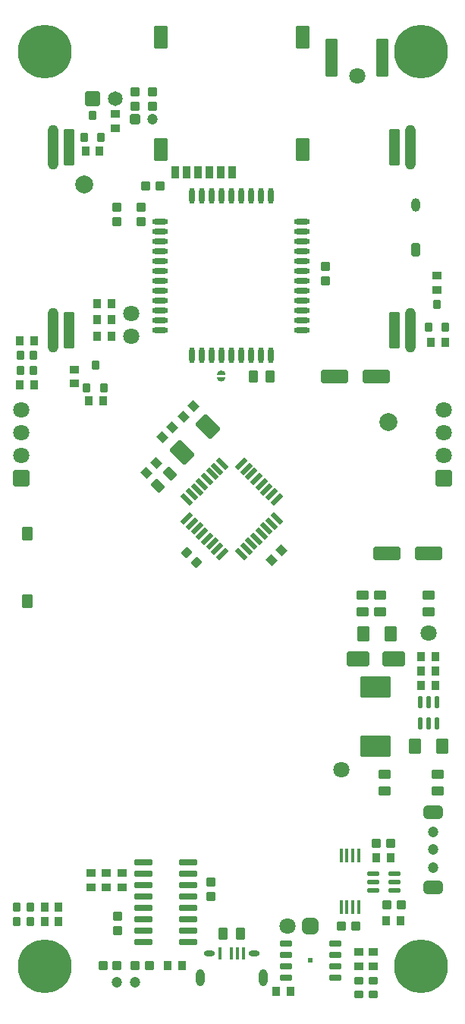
<source format=gbr>
G04*
G04 #@! TF.GenerationSoftware,Altium Limited,Altium Designer,23.0.1 (38)*
G04*
G04 Layer_Color=255*
%FSLAX25Y25*%
%MOIN*%
G70*
G04*
G04 #@! TF.SameCoordinates,5AACE2FC-F550-4568-A226-762E45A29E99*
G04*
G04*
G04 #@! TF.FilePolarity,Positive*
G04*
G01*
G75*
G04:AMPARAMS|DCode=18|XSize=41.34mil|YSize=31.5mil|CornerRadius=3.15mil|HoleSize=0mil|Usage=FLASHONLY|Rotation=0.000|XOffset=0mil|YOffset=0mil|HoleType=Round|Shape=RoundedRectangle|*
%AMROUNDEDRECTD18*
21,1,0.04134,0.02520,0,0,0.0*
21,1,0.03504,0.03150,0,0,0.0*
1,1,0.00630,0.01752,-0.01260*
1,1,0.00630,-0.01752,-0.01260*
1,1,0.00630,-0.01752,0.01260*
1,1,0.00630,0.01752,0.01260*
%
%ADD18ROUNDEDRECTD18*%
G04:AMPARAMS|DCode=20|XSize=53.15mil|YSize=165.35mil|CornerRadius=5.32mil|HoleSize=0mil|Usage=FLASHONLY|Rotation=180.000|XOffset=0mil|YOffset=0mil|HoleType=Round|Shape=RoundedRectangle|*
%AMROUNDEDRECTD20*
21,1,0.05315,0.15472,0,0,180.0*
21,1,0.04252,0.16535,0,0,180.0*
1,1,0.01063,-0.02126,0.07736*
1,1,0.01063,0.02126,0.07736*
1,1,0.01063,0.02126,-0.07736*
1,1,0.01063,-0.02126,-0.07736*
%
%ADD20ROUNDEDRECTD20*%
%ADD31O,0.03740X0.07480*%
G04:AMPARAMS|DCode=45|XSize=86.61mil|YSize=59.06mil|CornerRadius=17.72mil|HoleSize=0mil|Usage=FLASHONLY|Rotation=0.000|XOffset=0mil|YOffset=0mil|HoleType=Round|Shape=RoundedRectangle|*
%AMROUNDEDRECTD45*
21,1,0.08661,0.02362,0,0,0.0*
21,1,0.05118,0.05906,0,0,0.0*
1,1,0.03543,0.02559,-0.01181*
1,1,0.03543,-0.02559,-0.01181*
1,1,0.03543,-0.02559,0.01181*
1,1,0.03543,0.02559,0.01181*
%
%ADD45ROUNDEDRECTD45*%
%ADD46C,0.04724*%
G04:AMPARAMS|DCode=47|XSize=59.06mil|YSize=39.37mil|CornerRadius=9.84mil|HoleSize=0mil|Usage=FLASHONLY|Rotation=90.000|XOffset=0mil|YOffset=0mil|HoleType=Round|Shape=RoundedRectangle|*
%AMROUNDEDRECTD47*
21,1,0.05906,0.01968,0,0,90.0*
21,1,0.03937,0.03937,0,0,90.0*
1,1,0.01968,0.00984,0.01968*
1,1,0.01968,0.00984,-0.01968*
1,1,0.01968,-0.00984,-0.01968*
1,1,0.01968,-0.00984,0.01968*
%
%ADD47ROUNDEDRECTD47*%
%ADD48O,0.03937X0.05906*%
%ADD49O,0.04724X0.02756*%
%ADD50C,0.07874*%
%ADD51O,0.04724X0.19685*%
G04:AMPARAMS|DCode=52|XSize=47.24mil|YSize=47.24mil|CornerRadius=11.81mil|HoleSize=0mil|Usage=FLASHONLY|Rotation=270.000|XOffset=0mil|YOffset=0mil|HoleType=Round|Shape=RoundedRectangle|*
%AMROUNDEDRECTD52*
21,1,0.04724,0.02362,0,0,270.0*
21,1,0.02362,0.04724,0,0,270.0*
1,1,0.02362,-0.01181,-0.01181*
1,1,0.02362,-0.01181,0.01181*
1,1,0.02362,0.01181,0.01181*
1,1,0.02362,0.01181,-0.01181*
%
%ADD52ROUNDEDRECTD52*%
%ADD53C,0.07087*%
G04:AMPARAMS|DCode=54|XSize=70.87mil|YSize=70.87mil|CornerRadius=7.09mil|HoleSize=0mil|Usage=FLASHONLY|Rotation=90.000|XOffset=0mil|YOffset=0mil|HoleType=Round|Shape=RoundedRectangle|*
%AMROUNDEDRECTD54*
21,1,0.07087,0.05669,0,0,90.0*
21,1,0.05669,0.07087,0,0,90.0*
1,1,0.01417,0.02835,0.02835*
1,1,0.01417,0.02835,-0.02835*
1,1,0.01417,-0.02835,-0.02835*
1,1,0.01417,-0.02835,0.02835*
%
%ADD54ROUNDEDRECTD54*%
%ADD55C,0.06500*%
G04:AMPARAMS|DCode=56|XSize=65mil|YSize=65mil|CornerRadius=6.5mil|HoleSize=0mil|Usage=FLASHONLY|Rotation=0.000|XOffset=0mil|YOffset=0mil|HoleType=Round|Shape=RoundedRectangle|*
%AMROUNDEDRECTD56*
21,1,0.06500,0.05200,0,0,0.0*
21,1,0.05200,0.06500,0,0,0.0*
1,1,0.01300,0.02600,-0.02600*
1,1,0.01300,-0.02600,-0.02600*
1,1,0.01300,-0.02600,0.02600*
1,1,0.01300,0.02600,0.02600*
%
%ADD56ROUNDEDRECTD56*%
G04:AMPARAMS|DCode=57|XSize=70.87mil|YSize=70.87mil|CornerRadius=17.72mil|HoleSize=0mil|Usage=FLASHONLY|Rotation=0.000|XOffset=0mil|YOffset=0mil|HoleType=Round|Shape=RoundedRectangle|*
%AMROUNDEDRECTD57*
21,1,0.07087,0.03543,0,0,0.0*
21,1,0.03543,0.07087,0,0,0.0*
1,1,0.03543,0.01772,-0.01772*
1,1,0.03543,-0.01772,-0.01772*
1,1,0.03543,-0.01772,0.01772*
1,1,0.03543,0.01772,0.01772*
%
%ADD57ROUNDEDRECTD57*%
%ADD58C,0.23622*%
G04:AMPARAMS|DCode=63|XSize=35.43mil|YSize=39.37mil|CornerRadius=3.54mil|HoleSize=0mil|Usage=FLASHONLY|Rotation=90.000|XOffset=0mil|YOffset=0mil|HoleType=Round|Shape=RoundedRectangle|*
%AMROUNDEDRECTD63*
21,1,0.03543,0.03228,0,0,90.0*
21,1,0.02835,0.03937,0,0,90.0*
1,1,0.00709,0.01614,0.01417*
1,1,0.00709,0.01614,-0.01417*
1,1,0.00709,-0.01614,-0.01417*
1,1,0.00709,-0.01614,0.01417*
%
%ADD63ROUNDEDRECTD63*%
G04:AMPARAMS|DCode=64|XSize=35.43mil|YSize=39.37mil|CornerRadius=3.54mil|HoleSize=0mil|Usage=FLASHONLY|Rotation=0.000|XOffset=0mil|YOffset=0mil|HoleType=Round|Shape=RoundedRectangle|*
%AMROUNDEDRECTD64*
21,1,0.03543,0.03228,0,0,0.0*
21,1,0.02835,0.03937,0,0,0.0*
1,1,0.00709,0.01417,-0.01614*
1,1,0.00709,-0.01417,-0.01614*
1,1,0.00709,-0.01417,0.01614*
1,1,0.00709,0.01417,0.01614*
%
%ADD64ROUNDEDRECTD64*%
%ADD65O,0.07087X0.02362*%
%ADD66O,0.02362X0.07087*%
G04:AMPARAMS|DCode=67|XSize=35.43mil|YSize=39.37mil|CornerRadius=3.54mil|HoleSize=0mil|Usage=FLASHONLY|Rotation=135.000|XOffset=0mil|YOffset=0mil|HoleType=Round|Shape=RoundedRectangle|*
%AMROUNDEDRECTD67*
21,1,0.03543,0.03228,0,0,135.0*
21,1,0.02835,0.03937,0,0,135.0*
1,1,0.00709,0.00139,0.02144*
1,1,0.00709,0.02144,0.00139*
1,1,0.00709,-0.00139,-0.02144*
1,1,0.00709,-0.02144,-0.00139*
%
%ADD67ROUNDEDRECTD67*%
G04:AMPARAMS|DCode=68|XSize=39.37mil|YSize=55.12mil|CornerRadius=4.92mil|HoleSize=0mil|Usage=FLASHONLY|Rotation=90.000|XOffset=0mil|YOffset=0mil|HoleType=Round|Shape=RoundedRectangle|*
%AMROUNDEDRECTD68*
21,1,0.03937,0.04528,0,0,90.0*
21,1,0.02953,0.05512,0,0,90.0*
1,1,0.00984,0.02264,0.01476*
1,1,0.00984,0.02264,-0.01476*
1,1,0.00984,-0.02264,-0.01476*
1,1,0.00984,-0.02264,0.01476*
%
%ADD68ROUNDEDRECTD68*%
G04:AMPARAMS|DCode=69|XSize=51.18mil|YSize=66.93mil|CornerRadius=5.12mil|HoleSize=0mil|Usage=FLASHONLY|Rotation=0.000|XOffset=0mil|YOffset=0mil|HoleType=Round|Shape=RoundedRectangle|*
%AMROUNDEDRECTD69*
21,1,0.05118,0.05669,0,0,0.0*
21,1,0.04095,0.06693,0,0,0.0*
1,1,0.01024,0.02047,-0.02835*
1,1,0.01024,-0.02047,-0.02835*
1,1,0.01024,-0.02047,0.02835*
1,1,0.01024,0.02047,0.02835*
%
%ADD69ROUNDEDRECTD69*%
G04:AMPARAMS|DCode=70|XSize=118.11mil|YSize=59.06mil|CornerRadius=5.91mil|HoleSize=0mil|Usage=FLASHONLY|Rotation=0.000|XOffset=0mil|YOffset=0mil|HoleType=Round|Shape=RoundedRectangle|*
%AMROUNDEDRECTD70*
21,1,0.11811,0.04724,0,0,0.0*
21,1,0.10630,0.05906,0,0,0.0*
1,1,0.01181,0.05315,-0.02362*
1,1,0.01181,-0.05315,-0.02362*
1,1,0.01181,-0.05315,0.02362*
1,1,0.01181,0.05315,0.02362*
%
%ADD70ROUNDEDRECTD70*%
G04:AMPARAMS|DCode=71|XSize=37.01mil|YSize=40.16mil|CornerRadius=3.7mil|HoleSize=0mil|Usage=FLASHONLY|Rotation=270.000|XOffset=0mil|YOffset=0mil|HoleType=Round|Shape=RoundedRectangle|*
%AMROUNDEDRECTD71*
21,1,0.03701,0.03276,0,0,270.0*
21,1,0.02961,0.04016,0,0,270.0*
1,1,0.00740,-0.01638,-0.01480*
1,1,0.00740,-0.01638,0.01480*
1,1,0.00740,0.01638,0.01480*
1,1,0.00740,0.01638,-0.01480*
%
%ADD71ROUNDEDRECTD71*%
G04:AMPARAMS|DCode=72|XSize=37.4mil|YSize=35.43mil|CornerRadius=3.54mil|HoleSize=0mil|Usage=FLASHONLY|Rotation=90.000|XOffset=0mil|YOffset=0mil|HoleType=Round|Shape=RoundedRectangle|*
%AMROUNDEDRECTD72*
21,1,0.03740,0.02835,0,0,90.0*
21,1,0.03032,0.03543,0,0,90.0*
1,1,0.00709,0.01417,0.01516*
1,1,0.00709,0.01417,-0.01516*
1,1,0.00709,-0.01417,-0.01516*
1,1,0.00709,-0.01417,0.01516*
%
%ADD72ROUNDEDRECTD72*%
G04:AMPARAMS|DCode=73|XSize=37.01mil|YSize=40.16mil|CornerRadius=3.7mil|HoleSize=0mil|Usage=FLASHONLY|Rotation=180.000|XOffset=0mil|YOffset=0mil|HoleType=Round|Shape=RoundedRectangle|*
%AMROUNDEDRECTD73*
21,1,0.03701,0.03276,0,0,180.0*
21,1,0.02961,0.04016,0,0,180.0*
1,1,0.00740,-0.01480,0.01638*
1,1,0.00740,0.01480,0.01638*
1,1,0.00740,0.01480,-0.01638*
1,1,0.00740,-0.01480,-0.01638*
%
%ADD73ROUNDEDRECTD73*%
G04:AMPARAMS|DCode=74|XSize=41.34mil|YSize=31.5mil|CornerRadius=3.15mil|HoleSize=0mil|Usage=FLASHONLY|Rotation=270.000|XOffset=0mil|YOffset=0mil|HoleType=Round|Shape=RoundedRectangle|*
%AMROUNDEDRECTD74*
21,1,0.04134,0.02520,0,0,270.0*
21,1,0.03504,0.03150,0,0,270.0*
1,1,0.00630,-0.01260,-0.01752*
1,1,0.00630,-0.01260,0.01752*
1,1,0.00630,0.01260,0.01752*
1,1,0.00630,0.01260,-0.01752*
%
%ADD74ROUNDEDRECTD74*%
G04:AMPARAMS|DCode=75|XSize=59.06mil|YSize=47.24mil|CornerRadius=4.72mil|HoleSize=0mil|Usage=FLASHONLY|Rotation=90.000|XOffset=0mil|YOffset=0mil|HoleType=Round|Shape=RoundedRectangle|*
%AMROUNDEDRECTD75*
21,1,0.05906,0.03780,0,0,90.0*
21,1,0.04961,0.04724,0,0,90.0*
1,1,0.00945,0.01890,0.02480*
1,1,0.00945,0.01890,-0.02480*
1,1,0.00945,-0.01890,-0.02480*
1,1,0.00945,-0.01890,0.02480*
%
%ADD75ROUNDEDRECTD75*%
G04:AMPARAMS|DCode=76|XSize=66.93mil|YSize=94.49mil|CornerRadius=6.69mil|HoleSize=0mil|Usage=FLASHONLY|Rotation=45.000|XOffset=0mil|YOffset=0mil|HoleType=Round|Shape=RoundedRectangle|*
%AMROUNDEDRECTD76*
21,1,0.06693,0.08110,0,0,45.0*
21,1,0.05354,0.09449,0,0,45.0*
1,1,0.01339,0.04760,-0.00974*
1,1,0.01339,0.00974,-0.04760*
1,1,0.01339,-0.04760,0.00974*
1,1,0.01339,-0.00974,0.04760*
%
%ADD76ROUNDEDRECTD76*%
G04:AMPARAMS|DCode=77|XSize=37.01mil|YSize=40.16mil|CornerRadius=3.7mil|HoleSize=0mil|Usage=FLASHONLY|Rotation=45.000|XOffset=0mil|YOffset=0mil|HoleType=Round|Shape=RoundedRectangle|*
%AMROUNDEDRECTD77*
21,1,0.03701,0.03276,0,0,45.0*
21,1,0.02961,0.04016,0,0,45.0*
1,1,0.00740,0.02205,-0.00111*
1,1,0.00740,0.00111,-0.02205*
1,1,0.00740,-0.02205,0.00111*
1,1,0.00740,-0.00111,0.02205*
%
%ADD77ROUNDEDRECTD77*%
G04:AMPARAMS|DCode=78|XSize=39.37mil|YSize=55.12mil|CornerRadius=4.92mil|HoleSize=0mil|Usage=FLASHONLY|Rotation=45.000|XOffset=0mil|YOffset=0mil|HoleType=Round|Shape=RoundedRectangle|*
%AMROUNDEDRECTD78*
21,1,0.03937,0.04528,0,0,45.0*
21,1,0.02953,0.05512,0,0,45.0*
1,1,0.00984,0.02645,-0.00557*
1,1,0.00984,0.00557,-0.02645*
1,1,0.00984,-0.02645,0.00557*
1,1,0.00984,-0.00557,0.02645*
%
%ADD78ROUNDEDRECTD78*%
G04:AMPARAMS|DCode=79|XSize=39.37mil|YSize=55.12mil|CornerRadius=4.92mil|HoleSize=0mil|Usage=FLASHONLY|Rotation=0.000|XOffset=0mil|YOffset=0mil|HoleType=Round|Shape=RoundedRectangle|*
%AMROUNDEDRECTD79*
21,1,0.03937,0.04528,0,0,0.0*
21,1,0.02953,0.05512,0,0,0.0*
1,1,0.00984,0.01476,-0.02264*
1,1,0.00984,-0.01476,-0.02264*
1,1,0.00984,-0.01476,0.02264*
1,1,0.00984,0.01476,0.02264*
%
%ADD79ROUNDEDRECTD79*%
G04:AMPARAMS|DCode=80|XSize=59.06mil|YSize=21.65mil|CornerRadius=3.25mil|HoleSize=0mil|Usage=FLASHONLY|Rotation=315.000|XOffset=0mil|YOffset=0mil|HoleType=Round|Shape=RoundedRectangle|*
%AMROUNDEDRECTD80*
21,1,0.05906,0.01516,0,0,315.0*
21,1,0.05256,0.02165,0,0,315.0*
1,1,0.00650,0.01322,-0.02394*
1,1,0.00650,-0.02394,0.01322*
1,1,0.00650,-0.01322,0.02394*
1,1,0.00650,0.02394,-0.01322*
%
%ADD80ROUNDEDRECTD80*%
G04:AMPARAMS|DCode=81|XSize=21.65mil|YSize=59.06mil|CornerRadius=3.25mil|HoleSize=0mil|Usage=FLASHONLY|Rotation=315.000|XOffset=0mil|YOffset=0mil|HoleType=Round|Shape=RoundedRectangle|*
%AMROUNDEDRECTD81*
21,1,0.02165,0.05256,0,0,315.0*
21,1,0.01516,0.05906,0,0,315.0*
1,1,0.00650,-0.01322,-0.02394*
1,1,0.00650,-0.02394,-0.01322*
1,1,0.00650,0.01322,0.02394*
1,1,0.00650,0.02394,0.01322*
%
%ADD81ROUNDEDRECTD81*%
G04:AMPARAMS|DCode=82|XSize=98.43mil|YSize=66.93mil|CornerRadius=9.71mil|HoleSize=0mil|Usage=FLASHONLY|Rotation=0.000|XOffset=0mil|YOffset=0mil|HoleType=Round|Shape=RoundedRectangle|*
%AMROUNDEDRECTD82*
21,1,0.09843,0.04752,0,0,0.0*
21,1,0.07902,0.06693,0,0,0.0*
1,1,0.01941,0.03951,-0.02376*
1,1,0.01941,-0.03951,-0.02376*
1,1,0.01941,-0.03951,0.02376*
1,1,0.01941,0.03951,0.02376*
%
%ADD82ROUNDEDRECTD82*%
G04:AMPARAMS|DCode=83|XSize=95.43mil|YSize=134.65mil|CornerRadius=9.54mil|HoleSize=0mil|Usage=FLASHONLY|Rotation=270.000|XOffset=0mil|YOffset=0mil|HoleType=Round|Shape=RoundedRectangle|*
%AMROUNDEDRECTD83*
21,1,0.09543,0.11556,0,0,270.0*
21,1,0.07635,0.13465,0,0,270.0*
1,1,0.01909,-0.05778,-0.03817*
1,1,0.01909,-0.05778,0.03817*
1,1,0.01909,0.05778,0.03817*
1,1,0.01909,0.05778,-0.03817*
%
%ADD83ROUNDEDRECTD83*%
G04:AMPARAMS|DCode=84|XSize=53.94mil|YSize=23.23mil|CornerRadius=5.81mil|HoleSize=0mil|Usage=FLASHONLY|Rotation=270.000|XOffset=0mil|YOffset=0mil|HoleType=Round|Shape=RoundedRectangle|*
%AMROUNDEDRECTD84*
21,1,0.05394,0.01161,0,0,270.0*
21,1,0.04232,0.02323,0,0,270.0*
1,1,0.01161,-0.00581,-0.02116*
1,1,0.01161,-0.00581,0.02116*
1,1,0.01161,0.00581,0.02116*
1,1,0.01161,0.00581,-0.02116*
%
%ADD84ROUNDEDRECTD84*%
G04:AMPARAMS|DCode=85|XSize=61.42mil|YSize=15.75mil|CornerRadius=1.97mil|HoleSize=0mil|Usage=FLASHONLY|Rotation=90.000|XOffset=0mil|YOffset=0mil|HoleType=Round|Shape=RoundedRectangle|*
%AMROUNDEDRECTD85*
21,1,0.06142,0.01181,0,0,90.0*
21,1,0.05748,0.01575,0,0,90.0*
1,1,0.00394,0.00591,0.02874*
1,1,0.00394,0.00591,-0.02874*
1,1,0.00394,-0.00591,-0.02874*
1,1,0.00394,-0.00591,0.02874*
%
%ADD85ROUNDEDRECTD85*%
G04:AMPARAMS|DCode=86|XSize=53.94mil|YSize=23.23mil|CornerRadius=5.81mil|HoleSize=0mil|Usage=FLASHONLY|Rotation=180.000|XOffset=0mil|YOffset=0mil|HoleType=Round|Shape=RoundedRectangle|*
%AMROUNDEDRECTD86*
21,1,0.05394,0.01161,0,0,180.0*
21,1,0.04232,0.02323,0,0,180.0*
1,1,0.01161,-0.02116,0.00581*
1,1,0.01161,0.02116,0.00581*
1,1,0.01161,0.02116,-0.00581*
1,1,0.01161,-0.02116,-0.00581*
%
%ADD86ROUNDEDRECTD86*%
%ADD87R,0.01968X0.01968*%
G04:AMPARAMS|DCode=88|XSize=51.18mil|YSize=27.56mil|CornerRadius=2.76mil|HoleSize=0mil|Usage=FLASHONLY|Rotation=0.000|XOffset=0mil|YOffset=0mil|HoleType=Round|Shape=RoundedRectangle|*
%AMROUNDEDRECTD88*
21,1,0.05118,0.02205,0,0,0.0*
21,1,0.04567,0.02756,0,0,0.0*
1,1,0.00551,0.02284,-0.01102*
1,1,0.00551,-0.02284,-0.01102*
1,1,0.00551,-0.02284,0.01102*
1,1,0.00551,0.02284,0.01102*
%
%ADD88ROUNDEDRECTD88*%
G04:AMPARAMS|DCode=89|XSize=77.56mil|YSize=23.62mil|CornerRadius=2.95mil|HoleSize=0mil|Usage=FLASHONLY|Rotation=180.000|XOffset=0mil|YOffset=0mil|HoleType=Round|Shape=RoundedRectangle|*
%AMROUNDEDRECTD89*
21,1,0.07756,0.01772,0,0,180.0*
21,1,0.07165,0.02362,0,0,180.0*
1,1,0.00591,-0.03583,0.00886*
1,1,0.00591,0.03583,0.00886*
1,1,0.00591,0.03583,-0.00886*
1,1,0.00591,-0.03583,-0.00886*
%
%ADD89ROUNDEDRECTD89*%
G04:AMPARAMS|DCode=90|XSize=15.75mil|YSize=53.15mil|CornerRadius=1.58mil|HoleSize=0mil|Usage=FLASHONLY|Rotation=180.000|XOffset=0mil|YOffset=0mil|HoleType=Round|Shape=RoundedRectangle|*
%AMROUNDEDRECTD90*
21,1,0.01575,0.05000,0,0,180.0*
21,1,0.01260,0.05315,0,0,180.0*
1,1,0.00315,-0.00630,0.02500*
1,1,0.00315,0.00630,0.02500*
1,1,0.00315,0.00630,-0.02500*
1,1,0.00315,-0.00630,-0.02500*
%
%ADD90ROUNDEDRECTD90*%
G04:AMPARAMS|DCode=91|XSize=157.48mil|YSize=47.24mil|CornerRadius=4.72mil|HoleSize=0mil|Usage=FLASHONLY|Rotation=90.000|XOffset=0mil|YOffset=0mil|HoleType=Round|Shape=RoundedRectangle|*
%AMROUNDEDRECTD91*
21,1,0.15748,0.03780,0,0,90.0*
21,1,0.14803,0.04724,0,0,90.0*
1,1,0.00945,0.01890,0.07402*
1,1,0.00945,0.01890,-0.07402*
1,1,0.00945,-0.01890,-0.07402*
1,1,0.00945,-0.01890,0.07402*
%
%ADD91ROUNDEDRECTD91*%
G04:AMPARAMS|DCode=92|XSize=61.02mil|YSize=102.36mil|CornerRadius=6.1mil|HoleSize=0mil|Usage=FLASHONLY|Rotation=0.000|XOffset=0mil|YOffset=0mil|HoleType=Round|Shape=RoundedRectangle|*
%AMROUNDEDRECTD92*
21,1,0.06102,0.09016,0,0,0.0*
21,1,0.04882,0.10236,0,0,0.0*
1,1,0.01221,0.02441,-0.04508*
1,1,0.01221,-0.02441,-0.04508*
1,1,0.01221,-0.02441,0.04508*
1,1,0.01221,0.02441,0.04508*
%
%ADD92ROUNDEDRECTD92*%
G04:AMPARAMS|DCode=93|XSize=35.43mil|YSize=53.15mil|CornerRadius=3.54mil|HoleSize=0mil|Usage=FLASHONLY|Rotation=0.000|XOffset=0mil|YOffset=0mil|HoleType=Round|Shape=RoundedRectangle|*
%AMROUNDEDRECTD93*
21,1,0.03543,0.04606,0,0,0.0*
21,1,0.02835,0.05315,0,0,0.0*
1,1,0.00709,0.01417,-0.02303*
1,1,0.00709,-0.01417,-0.02303*
1,1,0.00709,-0.01417,0.02303*
1,1,0.00709,0.01417,0.02303*
%
%ADD93ROUNDEDRECTD93*%
G36*
G01X424902Y630315D02*
G03X428839I1969J0D01*
G01X424902D01*
D02*
G37*
G36*
G01X428839Y631299D02*
G03X424902I-1969J0D01*
G01X428839D01*
D02*
G37*
D18*
X487304Y365284D02*
D03*
Y359379D02*
D03*
X493779D02*
D03*
Y365284D02*
D03*
D20*
X475492Y770472D02*
D03*
X497736D02*
D03*
D31*
X445276Y366576D02*
D03*
X417717D02*
D03*
D45*
X520079Y406299D02*
D03*
Y439370D02*
D03*
D46*
Y430709D02*
D03*
Y422835D02*
D03*
Y414961D02*
D03*
X381102Y364705D02*
D03*
X388976D02*
D03*
X396752Y743701D02*
D03*
D47*
X512402Y686221D02*
D03*
D48*
Y705905D02*
D03*
D49*
X421654Y377205D02*
D03*
X441339D02*
D03*
D50*
X366535Y714764D02*
D03*
X500394Y610433D02*
D03*
D51*
X353149Y731299D02*
D03*
X509843D02*
D03*
X353149Y650984D02*
D03*
X509843D02*
D03*
D52*
X388878Y743701D02*
D03*
D53*
X479764Y457972D02*
D03*
X387367Y658219D02*
D03*
X387286Y648320D02*
D03*
X518110Y518012D02*
D03*
X524606Y615925D02*
D03*
Y605925D02*
D03*
Y595925D02*
D03*
X456024Y389370D02*
D03*
X339075Y595925D02*
D03*
Y605925D02*
D03*
Y615925D02*
D03*
X486695Y762447D02*
D03*
D54*
X524606Y585925D02*
D03*
X339075D02*
D03*
D55*
X380197Y752658D02*
D03*
D56*
X370197D02*
D03*
D57*
X466024Y389370D02*
D03*
D58*
X349213Y371654D02*
D03*
X514567D02*
D03*
X349213Y773228D02*
D03*
X514567D02*
D03*
D63*
X362205Y633720D02*
D03*
Y627500D02*
D03*
X383201Y412520D02*
D03*
Y406299D02*
D03*
X380315Y745827D02*
D03*
Y739606D02*
D03*
X521752Y674961D02*
D03*
X521752Y668740D02*
D03*
X487304Y377874D02*
D03*
Y371654D02*
D03*
X493779Y377874D02*
D03*
Y371654D02*
D03*
X369587Y412520D02*
D03*
Y406299D02*
D03*
X376394Y412520D02*
D03*
X376394Y406299D02*
D03*
D64*
X344634Y646096D02*
D03*
X338414Y646096D02*
D03*
X403346Y372047D02*
D03*
X409567D02*
D03*
X373484Y729429D02*
D03*
X367264D02*
D03*
X338414Y627072D02*
D03*
X344634Y627072D02*
D03*
X368740Y619783D02*
D03*
X374961D02*
D03*
X372501Y662697D02*
D03*
X378721D02*
D03*
X372501Y655509D02*
D03*
X378721D02*
D03*
X378721Y648320D02*
D03*
X372501D02*
D03*
X525256Y645472D02*
D03*
X519035D02*
D03*
X514803Y507480D02*
D03*
X521024Y507480D02*
D03*
X521024Y501132D02*
D03*
X514803D02*
D03*
X514803Y494783D02*
D03*
X521024Y494783D02*
D03*
X501339Y419168D02*
D03*
X495118D02*
D03*
X499469Y391669D02*
D03*
X505689D02*
D03*
X457244Y360630D02*
D03*
X451024D02*
D03*
X355472Y397548D02*
D03*
X349252Y397549D02*
D03*
X355472Y391276D02*
D03*
X349252Y391276D02*
D03*
D65*
X399897Y650978D02*
D03*
Y655308D02*
D03*
Y659639D02*
D03*
Y663970D02*
D03*
Y668301D02*
D03*
Y672631D02*
D03*
Y676962D02*
D03*
Y681293D02*
D03*
Y685624D02*
D03*
Y689954D02*
D03*
Y694285D02*
D03*
Y698616D02*
D03*
X462495D02*
D03*
Y694285D02*
D03*
Y689954D02*
D03*
Y685624D02*
D03*
Y681293D02*
D03*
Y676962D02*
D03*
Y672631D02*
D03*
Y668301D02*
D03*
Y663970D02*
D03*
Y659639D02*
D03*
Y655308D02*
D03*
Y650978D02*
D03*
D66*
X413873Y709836D02*
D03*
X418204D02*
D03*
X422535D02*
D03*
X426865D02*
D03*
X431196D02*
D03*
X435527D02*
D03*
X439857D02*
D03*
X444188D02*
D03*
X448519D02*
D03*
Y639757D02*
D03*
X444188D02*
D03*
X439857D02*
D03*
X435527D02*
D03*
X431196D02*
D03*
X426865D02*
D03*
X422535D02*
D03*
X418204D02*
D03*
X413873D02*
D03*
D67*
X411614Y553150D02*
D03*
X416013Y548751D02*
D03*
D68*
X498514Y448484D02*
D03*
Y455847D02*
D03*
X496735Y534685D02*
D03*
Y527323D02*
D03*
X518110D02*
D03*
Y534685D02*
D03*
X489075D02*
D03*
Y527323D02*
D03*
X522047Y448484D02*
D03*
Y455847D02*
D03*
D69*
X489428Y517743D02*
D03*
X501239Y517743D02*
D03*
X512146Y468307D02*
D03*
X523957Y468307D02*
D03*
D70*
X476548Y630610D02*
D03*
X495052D02*
D03*
X518047Y552930D02*
D03*
X499543D02*
D03*
D71*
X388878Y749303D02*
D03*
X388878Y755524D02*
D03*
X396752Y749303D02*
D03*
Y755524D02*
D03*
X380906Y704783D02*
D03*
Y698563D02*
D03*
X391732Y698555D02*
D03*
Y704776D02*
D03*
X472677Y678852D02*
D03*
X472677Y672631D02*
D03*
X422247Y402244D02*
D03*
Y408465D02*
D03*
X381201Y393561D02*
D03*
Y387340D02*
D03*
D72*
X374016Y735433D02*
D03*
X370276Y745276D02*
D03*
X366535Y735433D02*
D03*
X375295Y625689D02*
D03*
X371555Y635532D02*
D03*
X367815Y625689D02*
D03*
X525492Y652264D02*
D03*
X521752Y662106D02*
D03*
X518012Y652264D02*
D03*
D73*
X393642Y714156D02*
D03*
X399862D02*
D03*
X495118Y425565D02*
D03*
X501339D02*
D03*
X499665Y398559D02*
D03*
X505886D02*
D03*
X479764Y389370D02*
D03*
X485984D02*
D03*
X381088Y372047D02*
D03*
X374868D02*
D03*
X395335D02*
D03*
X389114D02*
D03*
D74*
X338571Y633387D02*
D03*
X344477Y633387D02*
D03*
X344477Y639877D02*
D03*
X338571D02*
D03*
X337107Y391275D02*
D03*
X343012Y391275D02*
D03*
X343012Y397548D02*
D03*
X337107Y397548D02*
D03*
D75*
X341732Y561502D02*
D03*
Y532002D02*
D03*
D76*
X421061Y608660D02*
D03*
X409647Y597246D02*
D03*
D77*
X414601Y617455D02*
D03*
X410202Y613057D02*
D03*
X400886Y603839D02*
D03*
X405284Y608237D02*
D03*
X398459Y592652D02*
D03*
X394061Y588253D02*
D03*
X453461Y554210D02*
D03*
X449062Y549811D02*
D03*
D78*
X399068Y582594D02*
D03*
X404274Y587800D02*
D03*
D79*
X440899Y630610D02*
D03*
X448261D02*
D03*
X427815Y385866D02*
D03*
X435177D02*
D03*
D80*
X411730Y576617D02*
D03*
X413958Y578844D02*
D03*
X416185Y581071D02*
D03*
X418412Y583298D02*
D03*
X420639Y585525D02*
D03*
X422866Y587752D02*
D03*
X425093Y589979D02*
D03*
X427320Y592206D02*
D03*
X451262Y568265D02*
D03*
X449035Y566038D02*
D03*
X446807Y563811D02*
D03*
X444580Y561584D02*
D03*
X442353Y559357D02*
D03*
X440126Y557130D02*
D03*
X437899Y554903D02*
D03*
X435672Y552675D02*
D03*
D81*
Y592206D02*
D03*
X437899Y589979D02*
D03*
X440126Y587752D02*
D03*
X442353Y585525D02*
D03*
X444580Y583298D02*
D03*
X446807Y581071D02*
D03*
X449035Y578844D02*
D03*
X451262Y576617D02*
D03*
X427320Y552675D02*
D03*
X425093Y554903D02*
D03*
X422866Y557130D02*
D03*
X420639Y559357D02*
D03*
X418412Y561584D02*
D03*
X416185Y563811D02*
D03*
X413958Y566038D02*
D03*
X411730Y568265D02*
D03*
D82*
X502658Y506595D02*
D03*
X486909D02*
D03*
D83*
X494685Y468307D02*
D03*
Y494118D02*
D03*
D84*
X514311Y487579D02*
D03*
X518051Y487579D02*
D03*
X521791Y487579D02*
D03*
Y478366D02*
D03*
X518051Y478366D02*
D03*
X514311Y478366D02*
D03*
D85*
X487205Y420394D02*
D03*
X484646D02*
D03*
X482087D02*
D03*
X479528D02*
D03*
X479528Y397717D02*
D03*
X482087D02*
D03*
X484646D02*
D03*
X487205D02*
D03*
D86*
X502972Y404823D02*
D03*
X502973Y408563D02*
D03*
X502972Y412303D02*
D03*
X493760D02*
D03*
X493760Y408563D02*
D03*
X493760Y404823D02*
D03*
D87*
X466024Y374092D02*
D03*
D88*
X455197Y381592D02*
D03*
Y376592D02*
D03*
Y366592D02*
D03*
Y371592D02*
D03*
X476850Y381592D02*
D03*
Y376592D02*
D03*
Y366592D02*
D03*
Y371592D02*
D03*
D89*
X392717Y417244D02*
D03*
Y412244D02*
D03*
Y407244D02*
D03*
Y402244D02*
D03*
Y397244D02*
D03*
Y392244D02*
D03*
Y387244D02*
D03*
Y382244D02*
D03*
X412205Y382244D02*
D03*
Y387244D02*
D03*
X412205Y392244D02*
D03*
X412205Y397244D02*
D03*
Y402244D02*
D03*
Y407244D02*
D03*
Y412244D02*
D03*
X412205Y417244D02*
D03*
D90*
X426378Y377107D02*
D03*
X431496Y377107D02*
D03*
X434055Y377107D02*
D03*
X436614D02*
D03*
D91*
X359842Y650984D02*
D03*
X503150D02*
D03*
Y731299D02*
D03*
X359842D02*
D03*
D92*
X400394Y730203D02*
D03*
Y779494D02*
D03*
X462598D02*
D03*
Y730203D02*
D03*
D93*
X431540Y720360D02*
D03*
X421540D02*
D03*
X411540D02*
D03*
X426540Y720360D02*
D03*
X416540Y720360D02*
D03*
X406540D02*
D03*
M02*

</source>
